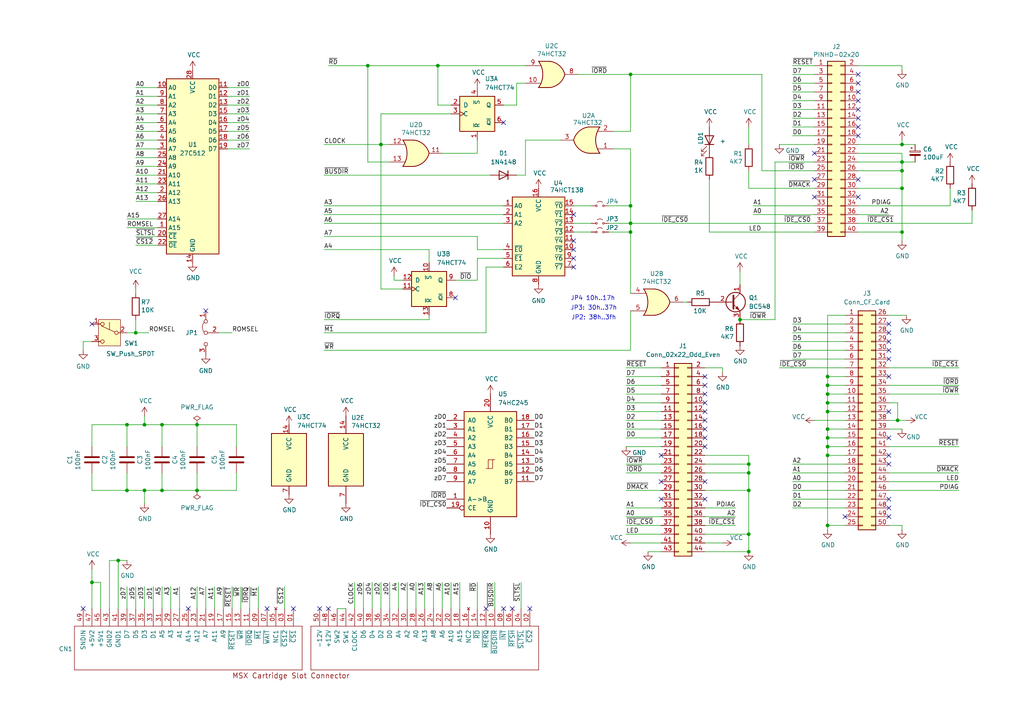
<source format=kicad_sch>
(kicad_sch (version 20231120) (generator "eeschema") (generator_version "8.0")
  (paper "A4")
  (title_block (title "Soda IDE") (rev "v1.0") (company "Danjovic 2024") (comment 1 "Based on SC729 RCBus Compact Flash Modue v1.1.0 and Beer IDE 232") (comment 2 "2x32K ROM + switch"))
  (junction (at 260.35 121.92))
  (junction (at 217.17 134.62))
  (junction (at 261.62 54.61))
  (junction (at 240.03 129.54))
  (junction (at 46.99 142.24))
  (junction (at 261.62 41.91))
  (junction (at 36.83 142.24))
  (junction (at 240.03 116.84))
  (junction (at 217.17 137.16))
  (junction (at 39.37 96.52))
  (junction (at 261.62 67.31))
  (junction (at 41.91 123.19))
  (junction (at 240.03 114.3))
  (junction (at 240.03 109.22))
  (junction (at 240.03 132.08))
  (junction (at 46.99 123.19))
  (junction (at 182.88 59.69))
  (junction (at 110.49 41.91))
  (junction (at 217.17 142.24))
  (junction (at 182.88 67.31))
  (junction (at 261.62 46.99))
  (junction (at 182.88 21.59))
  (junction (at 261.62 49.53))
  (junction (at 57.15 142.24))
  (junction (at 240.03 124.46))
  (junction (at 217.17 160.02))
  (junction (at 34.29 162.56))
  (junction (at 182.88 64.77))
  (junction (at 57.15 123.19))
  (junction (at 240.03 111.76))
  (junction (at 240.03 119.38))
  (junction (at 217.17 154.94))
  (junction (at 26.67 168.91))
  (junction (at 36.83 123.19))
  (junction (at 127 19.05))
  (junction (at 41.91 142.24))
  (junction (at 240.03 127))
  (junction (at 106.68 19.05))
  (junction (at 214.63 92.71))
  (junction (at 240.03 152.4))
  (no_connect (at 166.37 77.47))
  (no_connect (at 166.37 62.23))
  (no_connect (at 248.92 26.67))
  (no_connect (at 166.37 74.93))
  (no_connect (at 59.69 90.17))
  (no_connect (at 153.67 176.53))
  (no_connect (at 146.05 176.53))
  (no_connect (at 257.81 104.14))
  (no_connect (at 148.59 176.53))
  (no_connect (at 204.47 144.78))
  (no_connect (at 191.77 132.08))
  (no_connect (at 236.22 44.45))
  (no_connect (at 24.13 176.53))
  (no_connect (at 248.92 24.13))
  (no_connect (at 257.81 96.52))
  (no_connect (at 166.37 72.39))
  (no_connect (at 236.22 57.15))
  (no_connect (at 257.81 101.6))
  (no_connect (at 77.47 176.53))
  (no_connect (at 257.81 134.62))
  (no_connect (at 248.92 31.75))
  (no_connect (at 257.81 119.38))
  (no_connect (at 257.81 99.06))
  (no_connect (at 132.08 86.36))
  (no_connect (at 257.81 109.22))
  (no_connect (at 26.67 93.98))
  (no_connect (at 248.92 57.15))
  (no_connect (at 204.47 129.54))
  (no_connect (at 257.81 147.32))
  (no_connect (at 204.47 111.76))
  (no_connect (at 204.47 119.38))
  (no_connect (at 191.77 139.7))
  (no_connect (at 248.92 29.21))
  (no_connect (at 257.81 93.98))
  (no_connect (at -13.97 144.78))
  (no_connect (at 248.92 21.59))
  (no_connect (at 92.71 176.53))
  (no_connect (at 166.37 69.85))
  (no_connect (at 257.81 127))
  (no_connect (at 245.11 149.86))
  (no_connect (at 257.81 144.78))
  (no_connect (at 85.09 176.53))
  (no_connect (at 248.92 34.29))
  (no_connect (at 191.77 144.78))
  (no_connect (at 146.05 35.56))
  (no_connect (at 140.97 176.53))
  (no_connect (at 95.25 176.53))
  (no_connect (at 248.92 39.37))
  (no_connect (at 248.92 52.07))
  (no_connect (at 204.47 124.46))
  (no_connect (at 236.22 52.07))
  (no_connect (at 204.47 127))
  (no_connect (at 248.92 36.83))
  (no_connect (at 204.47 109.22))
  (no_connect (at 204.47 116.84))
  (no_connect (at 204.47 139.7))
  (no_connect (at 54.61 176.53))
  (no_connect (at 257.81 149.86))
  (no_connect (at 204.47 121.92))
  (no_connect (at 204.47 114.3))
  (no_connect (at 257.81 132.08))
  (wire (pts (xy 248.92 54.61) (xy 261.62 54.61)))
  (wire (pts (xy 240.03 127) (xy 245.11 127)))
  (wire (pts (xy 26.67 142.24) (xy 36.83 142.24)))
  (wire (pts (xy 278.13 142.24) (xy 257.81 142.24)))
  (wire (pts (xy 281.94 60.96) (xy 281.94 64.77)))
  (wire (pts (xy 204.47 152.4) (xy 213.36 152.4)))
  (wire (pts (xy 236.22 121.92) (xy 245.11 121.92)))
  (wire (pts (xy 204.47 106.68) (xy 209.55 106.68)))
  (wire (pts (xy 191.77 142.24) (xy 181.61 142.24)))
  (wire (pts (xy 72.39 40.64) (xy 66.04 40.64)))
  (wire (pts (xy 68.58 137.16) (xy 68.58 142.24)))
  (wire (pts (xy 229.87 147.32) (xy 245.11 147.32)))
  (wire (pts (xy 177.8 43.18) (xy 182.88 43.18)))
  (wire (pts (xy 39.37 38.1) (xy 45.72 38.1)))
  (wire (pts (xy 204.47 134.62) (xy 217.17 134.62)))
  (wire (pts (xy 181.61 147.32) (xy 191.77 147.32)))
  (wire (pts (xy 171.45 59.69) (xy 166.37 59.69)))
  (wire (pts (xy 229.87 144.78) (xy 245.11 144.78)))
  (wire (pts (xy 57.15 123.19) (xy 46.99 123.19)))
  (wire (pts (xy 240.03 124.46) (xy 245.11 124.46)))
  (wire (pts (xy 29.21 176.53) (xy 29.21 168.91)))
  (wire (pts (xy 110.49 168.91) (xy 110.49 176.53)))
  (wire (pts (xy 181.61 114.3) (xy 191.77 114.3)))
  (wire (pts (xy 124.46 72.39) (xy 124.46 76.2)))
  (wire (pts (xy 138.43 68.58) (xy 138.43 72.39)))
  (wire (pts (xy 106.68 19.05) (xy 127 19.05)))
  (wire (pts (xy 229.87 134.62) (xy 245.11 134.62)))
  (wire (pts (xy 24.13 99.06) (xy 24.13 101.6)))
  (wire (pts (xy 217.17 54.61) (xy 236.22 54.61)))
  (wire (pts (xy 93.98 64.77) (xy 146.05 64.77)))
  (wire (pts (xy 110.49 41.91) (xy 110.49 83.82)))
  (wire (pts (xy 46.99 123.19) (xy 46.99 129.54)))
  (wire (pts (xy 240.03 129.54) (xy 245.11 129.54)))
  (wire (pts (xy 162.56 40.64) (xy 152.4 40.64)))
  (wire (pts (xy 181.61 121.92) (xy 191.77 121.92)))
  (wire (pts (xy 204.47 160.02) (xy 217.17 160.02)))
  (wire (pts (xy 39.37 35.56) (xy 45.72 35.56)))
  (wire (pts (xy 220.98 49.53) (xy 236.22 49.53)))
  (wire (pts (xy 257.81 124.46) (xy 261.62 124.46)))
  (wire (pts (xy 236.22 41.91) (xy 226.06 41.91)))
  (wire (pts (xy 182.88 64.77) (xy 236.22 64.77)))
  (wire (pts (xy 229.87 93.98) (xy 245.11 93.98)))
  (wire (pts (xy 181.61 137.16) (xy 191.77 137.16)))
  (wire (pts (xy 57.15 137.16) (xy 57.15 142.24)))
  (wire (pts (xy 278.13 106.68) (xy 257.81 106.68)))
  (wire (pts (xy 114.3 81.28) (xy 114.3 80.01)))
  (wire (pts (xy 182.88 101.6) (xy 182.88 90.17)))
  (wire (pts (xy 217.17 134.62) (xy 217.17 137.16)))
  (wire (pts (xy 128.27 176.53) (xy 128.27 168.91)))
  (wire (pts (xy 130.81 33.02) (xy 110.49 33.02)))
  (wire (pts (xy 167.64 21.59) (xy 182.88 21.59)))
  (wire (pts (xy 182.88 38.1) (xy 182.88 21.59)))
  (wire (pts (xy 240.03 109.22) (xy 240.03 111.76)))
  (wire (pts (xy 59.69 176.53) (xy 59.69 170.18)))
  (wire (pts (xy 39.37 58.42) (xy 45.72 58.42)))
  (wire (pts (xy 240.03 119.38) (xy 245.11 119.38)))
  (wire (pts (xy 41.91 120.65) (xy 41.91 123.19)))
  (wire (pts (xy 46.99 170.18) (xy 46.99 176.53)))
  (wire (pts (xy 39.37 96.52) (xy 43.18 96.52)))
  (wire (pts (xy 257.81 129.54) (xy 278.13 129.54)))
  (wire (pts (xy 181.61 127) (xy 191.77 127)))
  (wire (pts (xy 248.92 41.91) (xy 261.62 41.91)))
  (wire (pts (xy 181.61 152.4) (xy 191.77 152.4)))
  (wire (pts (xy 204.47 132.08) (xy 217.17 132.08)))
  (wire (pts (xy 123.19 168.91) (xy 123.19 176.53)))
  (wire (pts (xy 72.39 25.4) (xy 66.04 25.4)))
  (wire (pts (xy 34.29 176.53) (xy 34.29 162.56)))
  (wire (pts (xy 257.81 139.7) (xy 278.13 139.7)))
  (wire (pts (xy 214.63 92.71) (xy 224.79 92.71)))
  (wire (pts (xy 128.27 44.45) (xy 138.43 44.45)))
  (wire (pts (xy 166.37 64.77) (xy 171.45 64.77)))
  (wire (pts (xy 248.92 44.45) (xy 261.62 44.45)))
  (wire (pts (xy 152.4 24.13) (xy 149.86 24.13)))
  (wire (pts (xy 248.92 64.77) (xy 281.94 64.77)))
  (wire (pts (xy 181.61 116.84) (xy 191.77 116.84)))
  (wire (pts (xy 261.62 152.4) (xy 261.62 153.67)))
  (wire (pts (xy 229.87 142.24) (xy 245.11 142.24)))
  (wire (pts (xy 127 19.05) (xy 152.4 19.05)))
  (wire (pts (xy 140.97 96.52) (xy 140.97 77.47)))
  (wire (pts (xy 261.62 46.99) (xy 261.62 49.53)))
  (wire (pts (xy 52.07 170.18) (xy 52.07 176.53)))
  (wire (pts (xy 68.58 123.19) (xy 57.15 123.19)))
  (wire (pts (xy 39.37 27.94) (xy 45.72 27.94)))
  (wire (pts (xy 140.97 77.47) (xy 146.05 77.47)))
  (wire (pts (xy 218.44 59.69) (xy 236.22 59.69)))
  (wire (pts (xy 115.57 168.91) (xy 115.57 176.53)))
  (wire (pts (xy 182.88 67.31) (xy 182.88 64.77)))
  (wire (pts (xy 166.37 67.31) (xy 171.45 67.31)))
  (wire (pts (xy 132.08 81.28) (xy 138.43 81.28)))
  (wire (pts (xy 39.37 53.34) (xy 45.72 53.34)))
  (wire (pts (xy 240.03 114.3) (xy 240.03 116.84)))
  (wire (pts (xy 63.5 96.52) (xy 67.31 96.52)))
  (wire (pts (xy 149.86 30.48) (xy 146.05 30.48)))
  (wire (pts (xy 260.35 116.84) (xy 260.35 121.92)))
  (wire (pts (xy 224.79 46.99) (xy 236.22 46.99)))
  (wire (pts (xy 149.86 24.13) (xy 149.86 30.48)))
  (wire (pts (xy 93.98 92.71) (xy 124.46 92.71)))
  (wire (pts (xy 24.13 99.06) (xy 26.67 99.06)))
  (wire (pts (xy 152.4 40.64) (xy 152.4 50.8)))
  (wire (pts (xy 41.91 142.24) (xy 41.91 146.05)))
  (wire (pts (xy 240.03 116.84) (xy 245.11 116.84)))
  (wire (pts (xy 240.03 152.4) (xy 245.11 152.4)))
  (wire (pts (xy 229.87 96.52) (xy 245.11 96.52)))
  (wire (pts (xy 36.83 137.16) (xy 36.83 142.24)))
  (wire (pts (xy 275.59 59.69) (xy 275.59 54.61)))
  (wire (pts (xy 41.91 123.19) (xy 46.99 123.19)))
  (wire (pts (xy 224.79 46.99) (xy 224.79 92.71)))
  (wire (pts (xy 72.39 176.53) (xy 72.39 170.18)))
  (wire (pts (xy 240.03 91.44) (xy 240.03 109.22)))
  (wire (pts (xy 36.83 96.52) (xy 39.37 96.52)))
  (wire (pts (xy 93.98 72.39) (xy 124.46 72.39)))
  (wire (pts (xy 36.83 63.5) (xy 45.72 63.5)))
  (wire (pts (xy 31.75 176.53) (xy 31.75 162.56)))
  (wire (pts (xy 74.93 170.18) (xy 74.93 176.53)))
  (wire (pts (xy 146.05 74.93) (xy 138.43 74.93)))
  (wire (pts (xy 240.03 132.08) (xy 240.03 152.4)))
  (wire (pts (xy 260.35 121.92) (xy 262.89 121.92)))
  (wire (pts (xy 261.62 46.99) (xy 265.43 46.99)))
  (wire (pts (xy 229.87 29.21) (xy 236.22 29.21)))
  (wire (pts (xy 257.81 137.16) (xy 278.13 137.16)))
  (wire (pts (xy 204.47 147.32) (xy 213.36 147.32)))
  (wire (pts (xy 245.11 91.44) (xy 240.03 91.44)))
  (wire (pts (xy 229.87 99.06) (xy 245.11 99.06)))
  (wire (pts (xy 182.88 85.09) (xy 182.88 67.31)))
  (wire (pts (xy 57.15 170.18) (xy 57.15 176.53)))
  (wire (pts (xy 217.17 54.61) (xy 217.17 49.53)))
  (wire (pts (xy 34.29 162.56) (xy 36.83 162.56)))
  (wire (pts (xy 248.92 19.05) (xy 261.62 19.05)))
  (wire (pts (xy 204.47 157.48) (xy 209.55 157.48)))
  (wire (pts (xy 113.03 168.91) (xy 113.03 176.53)))
  (wire (pts (xy 72.39 43.18) (xy 66.04 43.18)))
  (wire (pts (xy 102.87 168.91) (xy 102.87 176.53)))
  (wire (pts (xy 26.67 129.54) (xy 26.67 123.19)))
  (wire (pts (xy 217.17 154.94) (xy 217.17 160.02)))
  (wire (pts (xy 29.21 168.91) (xy 26.67 168.91)))
  (wire (pts (xy 39.37 43.18) (xy 45.72 43.18)))
  (wire (pts (xy 39.37 68.58) (xy 45.72 68.58)))
  (wire (pts (xy 204.47 154.94) (xy 217.17 154.94)))
  (wire (pts (xy 149.86 50.8) (xy 152.4 50.8)))
  (wire (pts (xy 205.74 67.31) (xy 236.22 67.31)))
  (wire (pts (xy 26.67 168.91) (xy 26.67 176.53)))
  (wire (pts (xy 229.87 101.6) (xy 245.11 101.6)))
  (wire (pts (xy 39.37 33.02) (xy 45.72 33.02)))
  (wire (pts (xy 138.43 40.64) (xy 138.43 44.45)))
  (wire (pts (xy 257.81 116.84) (xy 260.35 116.84)))
  (wire (pts (xy 176.53 59.69) (xy 182.88 59.69)))
  (wire (pts (xy 31.75 162.56) (xy 34.29 162.56)))
  (wire (pts (xy 39.37 48.26) (xy 45.72 48.26)))
  (wire (pts (xy 36.83 66.04) (xy 45.72 66.04)))
  (wire (pts (xy 93.98 68.58) (xy 138.43 68.58)))
  (wire (pts (xy 181.61 149.86) (xy 191.77 149.86)))
  (wire (pts (xy 93.98 41.91) (xy 110.49 41.91)))
  (wire (pts (xy 72.39 33.02) (xy 66.04 33.02)))
  (wire (pts (xy 26.67 137.16) (xy 26.67 142.24)))
  (wire (pts (xy 93.98 50.8) (xy 142.24 50.8)))
  (wire (pts (xy 217.17 41.91) (xy 217.17 36.83)))
  (wire (pts (xy 240.03 127) (xy 240.03 129.54)))
  (wire (pts (xy 176.53 67.31) (xy 182.88 67.31)))
  (wire (pts (xy 229.87 24.13) (xy 236.22 24.13)))
  (wire (pts (xy 182.88 21.59) (xy 220.98 21.59)))
  (wire (pts (xy 240.03 116.84) (xy 240.03 119.38)))
  (wire (pts (xy 95.25 19.05) (xy 106.68 19.05)))
  (wire (pts (xy 229.87 137.16) (xy 245.11 137.16)))
  (wire (pts (xy 240.03 111.76) (xy 240.03 114.3)))
  (wire (pts (xy 240.03 119.38) (xy 240.03 124.46)))
  (wire (pts (xy 229.87 21.59) (xy 236.22 21.59)))
  (wire (pts (xy 39.37 30.48) (xy 45.72 30.48)))
  (wire (pts (xy 130.81 168.91) (xy 130.81 176.53)))
  (wire (pts (xy 181.61 111.76) (xy 191.77 111.76)))
  (wire (pts (xy 36.83 123.19) (xy 36.83 129.54)))
  (wire (pts (xy 181.61 134.62) (xy 191.77 134.62)))
  (wire (pts (xy 46.99 142.24) (xy 57.15 142.24)))
  (wire (pts (xy 261.62 44.45) (xy 261.62 46.99)))
  (wire (pts (xy 57.15 129.54) (xy 57.15 123.19)))
  (wire (pts (xy 36.83 123.19) (xy 41.91 123.19)))
  (wire (pts (xy 69.85 176.53) (xy 69.85 170.18)))
  (wire (pts (xy 248.92 59.69) (xy 275.59 59.69)))
  (wire (pts (xy 240.03 111.76) (xy 245.11 111.76)))
  (wire (pts (xy 217.17 142.24) (xy 217.17 154.94)))
  (wire (pts (xy 257.81 111.76) (xy 278.13 111.76)))
  (wire (pts (xy 229.87 36.83) (xy 236.22 36.83)))
  (wire (pts (xy 68.58 129.54) (xy 68.58 123.19)))
  (wire (pts (xy 226.06 106.68) (xy 245.11 106.68)))
  (wire (pts (xy 118.11 168.91) (xy 118.11 176.53)))
  (wire (pts (xy 181.61 109.22) (xy 191.77 109.22)))
  (wire (pts (xy 107.95 168.91) (xy 107.95 176.53)))
  (wire (pts (xy 181.61 119.38) (xy 191.77 119.38)))
  (wire (pts (xy 41.91 170.18) (xy 41.91 176.53)))
  (wire (pts (xy 204.47 137.16) (xy 217.17 137.16)))
  (wire (pts (xy 39.37 71.12) (xy 45.72 71.12)))
  (wire (pts (xy 72.39 27.94) (xy 66.04 27.94)))
  (wire (pts (xy 133.35 176.53) (xy 133.35 168.91)))
  (wire (pts (xy 229.87 31.75) (xy 236.22 31.75)))
  (wire (pts (xy 26.67 123.19) (xy 36.83 123.19)))
  (wire (pts (xy 240.03 129.54) (xy 240.03 132.08)))
  (wire (pts (xy 127 30.48) (xy 127 19.05)))
  (wire (pts (xy 116.84 81.28) (xy 114.3 81.28)))
  (wire (pts (xy 39.37 92.71) (xy 39.37 96.52)))
  (wire (pts (xy 262.89 91.44) (xy 257.81 91.44)))
  (wire (pts (xy 248.92 46.99) (xy 261.62 46.99)))
  (wire (pts (xy 39.37 83.82) (xy 39.37 85.09)))
  (wire (pts (xy 214.63 78.74) (xy 214.63 82.55)))
  (wire (pts (xy 67.31 176.53) (xy 67.31 170.18)))
  (wire (pts (xy 62.23 170.18) (xy 62.23 176.53)))
  (wire (pts (xy 209.55 106.68) (xy 209.55 107.95)))
  (wire (pts (xy 176.53 64.77) (xy 182.88 64.77)))
  (wire (pts (xy 100.33 176.53) (xy 97.79 176.53)))
  (wire (pts (xy 240.03 114.3) (xy 245.11 114.3)))
  (wire (pts (xy 217.17 137.16) (xy 217.17 142.24)))
  (wire (pts (xy 39.37 25.4) (xy 45.72 25.4)))
  (wire (pts (xy 181.61 106.68) (xy 191.77 106.68)))
  (wire (pts (xy 82.55 176.53) (xy 82.55 170.18)))
  (wire (pts (xy 261.62 49.53) (xy 261.62 54.61)))
  (wire (pts (xy 39.37 45.72) (xy 45.72 45.72)))
  (wire (pts (xy 39.37 40.64) (xy 45.72 40.64)))
  (wire (pts (xy 39.37 50.8) (xy 45.72 50.8)))
  (wire (pts (xy 240.03 124.46) (xy 240.03 127)))
  (wire (pts (xy 143.51 168.91) (xy 143.51 176.53)))
  (wire (pts (xy 46.99 137.16) (xy 46.99 142.24)))
  (wire (pts (xy 36.83 142.24) (xy 41.91 142.24)))
  (wire (pts (xy 46.99 142.24) (xy 41.91 142.24)))
  (wire (pts (xy 248.92 49.53) (xy 261.62 49.53)))
  (wire (pts (xy 106.68 46.99) (xy 106.68 19.05)))
  (wire (pts (xy 36.83 170.18) (xy 36.83 176.53)))
  (wire (pts (xy 204.47 142.24) (xy 217.17 142.24)))
  (wire (pts (xy 182.88 59.69) (xy 182.88 64.77)))
  (wire (pts (xy 138.43 81.28) (xy 138.43 74.93)))
  (wire (pts (xy 64.77 170.18) (xy 64.77 176.53)))
  (wire (pts (xy 257.81 121.92) (xy 260.35 121.92)))
  (wire (pts (xy 261.62 67.31) (xy 261.62 69.85)))
  (wire (pts (xy 44.45 170.18) (xy 44.45 176.53)))
  (wire (pts (xy 182.88 157.48) (xy 191.77 157.48)))
  (wire (pts (xy 105.41 168.91) (xy 105.41 176.53)))
  (wire (pts (xy 257.81 152.4) (xy 261.62 152.4)))
  (wire (pts (xy 124.46 91.44) (xy 124.46 92.71)))
  (wire (pts (xy 125.73 168.91) (xy 125.73 176.53)))
  (wire (pts (xy 229.87 104.14) (xy 245.11 104.14)))
  (wire (pts (xy 257.81 114.3) (xy 278.13 114.3)))
  (wire (pts (xy 204.47 149.86) (xy 213.36 149.86)))
  (wire (pts (xy 265.43 41.91) (xy 261.62 41.91)))
  (wire (pts (xy 72.39 30.48) (xy 66.04 30.48)))
  (wire (pts (xy 240.03 109.22) (xy 245.11 109.22)))
  (wire (pts (xy 220.98 49.53) (xy 220.98 21.59)))
  (wire (pts (xy 120.65 168.91) (xy 120.65 176.53)))
  (wire (pts (xy 93.98 62.23) (xy 146.05 62.23)))
  (wire (pts (xy 236.22 19.05) (xy 229.87 19.05)))
  (wire (pts (xy 110.49 83.82) (xy 116.84 83.82)))
  (wire (pts (xy 110.49 41.91) (xy 113.03 41.91)))
  (wire (pts (xy 138.43 176.53) (xy 138.43 168.91)))
  (wire (pts (xy 39.37 170.18) (xy 39.37 176.53)))
  (wire (pts (xy 151.13 168.91) (xy 151.13 176.53)))
  (wire (pts (xy 187.96 160.02) (xy 191.77 160.02)))
  (wire (pts (xy 68.58 142.24) (xy 57.15 142.24)))
  (wire (pts (xy 229.87 39.37) (xy 236.22 39.37)))
  (wire (pts (xy 93.98 59.69) (xy 146.05 59.69)))
  (wire (pts (xy 146.05 72.39) (xy 138.43 72.39)))
  (wire (pts (xy 229.87 139.7) (xy 245.11 139.7)))
  (wire (pts (xy 229.87 26.67) (xy 236.22 26.67)))
  (wire (pts (xy 182.88 43.18) (xy 182.88 59.69)))
  (wire (pts (xy 110.49 33.02) (xy 110.49 41.91)))
  (wire (pts (xy 240.03 132.08) (xy 245.11 132.08)))
  (wire (pts (xy 240.03 152.4) (xy 240.03 153.67)))
  (wire (pts (xy 181.61 154.94) (xy 191.77 154.94)))
  (wire (pts (xy 261.62 40.64) (xy 261.62 41.91)))
  (wire (pts (xy 130.81 30.48) (xy 127 30.48)))
  (wire (pts (xy 261.62 19.05) (xy 261.62 20.32)))
  (wire (pts (xy 218.44 62.23) (xy 236.22 62.23)))
  (wire (pts (xy 39.37 55.88) (xy 45.72 55.88)))
  (wire (pts (xy 177.8 38.1) (xy 182.88 38.1)))
  (wire (pts (xy 26.67 165.1) (xy 26.67 168.91)))
  (wire (pts (xy 49.53 170.18) (xy 49.53 176.53)))
  (wire (pts (xy 93.98 101.6) (xy 182.88 101.6)))
  (wire (pts (xy 198.12 87.63) (xy 199.39 87.63)))
  (wire (pts (xy 113.03 46.99) (xy 106.68 46.99)))
  (wire (pts (xy 205.74 52.07) (xy 205.74 67.31)))
  (wire (pts (xy 217.17 132.08) (xy 217.17 134.62)))
  (wire (pts (xy 72.39 35.56) (xy 66.04 35.56)))
  (wire (pts (xy 229.87 34.29) (xy 236.22 34.29)))
  (wire (pts (xy 72.39 38.1) (xy 66.04 38.1)))
  (wire (pts (xy 191.77 129.54) (xy 181.61 129.54)))
  (wire (pts (xy 261.62 54.61) (xy 261.62 67.31)))
  (wire (pts (xy 93.98 96.52) (xy 140.97 96.52)))
  (wire (pts (xy 248.92 67.31) (xy 261.62 67.31)))
  (wire (pts (xy 248.92 62.23) (xy 257.81 62.23)))
  (wire (pts (xy 181.61 124.46) (xy 191.77 124.46)))
  (text "JP4 10h..17h" (at 171.958 86.614 0) (effects (font (size 1.27 1.27))))
  (text "JP3: 30h..37h" (at 172.212 89.408 0) (effects (font (size 1.27 1.27))))
  (text "JP2: 38h..3fh" (at 172.212 92.202 0) (effects (font (size 1.27 1.27))))
  (label "D0" (at 154.94 121.92 0))
  (label "D1" (at 229.87 36.83 0))
  (label "zD1" (at 72.39 27.94 180))
  (label "A11" (at 62.23 170.18 270))
  (label "~{IDE_CS0}" (at 226.06 106.68 0))
  (label "zD7" (at 129.54 139.7 180))
  (label "D7" (at 181.61 109.22 0))
  (label "zD0" (at 113.03 168.91 270))
  (label "~{RESET}" (at 278.13 129.54 180))
  (label "A2" (at 118.11 168.91 270))
  (label "zD0" (at 72.39 25.4 180))
  (label "D7" (at 229.87 104.14 0))
  (label "~{M1}" (at 74.93 170.18 270))
  (label "D1" (at 229.87 144.78 0))
  (label "D2" (at 181.61 121.92 0))
  (label "A0" (at 181.61 149.86 0))
  (label "A9" (at 39.37 48.26 0))
  (label "~{IORD}" (at 171.45 21.59 0))
  (label "PDIAG" (at 252.73 59.69 0))
  (label "A5" (at 46.99 170.18 270))
  (label "A0" (at 229.87 139.7 0))
  (label "D2" (at 229.87 147.32 0))
  (label "~{RESET}" (at 229.87 19.05 0))
  (label "A4" (at 115.57 168.91 270))
  (label "A2" (at 257.81 62.23 180))
  (label "~{IORD}" (at 129.54 144.78 180))
  (label "A13" (at 39.37 58.42 0))
  (label "A7" (at 93.98 68.58 0))
  (label "zD0" (at 129.54 121.92 180))
  (label "A0" (at 120.65 168.91 270))
  (label "A1" (at 229.87 137.16 0))
  (label "A7" (at 39.37 43.18 0))
  (label "A3" (at 93.98 59.69 0))
  (label "zD5" (at 129.54 134.62 180))
  (label "~{M1}" (at 93.98 96.52 0))
  (label "A10" (at 39.37 50.8 0))
  (label "A0" (at 39.37 25.4 0))
  (label "ROMSEL" (at 67.31 96.52 0))
  (label "A5" (at 39.37 38.1 0))
  (label "A15" (at 133.35 168.91 270))
  (label "~{DMACK}" (at 278.13 137.16 180))
  (label "zD2" (at 110.49 168.91 270))
  (label "~{WR}" (at 93.98 101.6 0))
  (label "~{DMACK}" (at 181.61 142.24 0))
  (label "D7" (at 154.94 139.7 0))
  (label "PDIAG" (at 278.13 142.24 180))
  (label "A11" (at 39.37 53.34 0))
  (label "D1" (at 181.61 124.46 0))
  (label "zD2" (at 129.54 127 180))
  (label "~{CS12}" (at 39.37 71.12 0))
  (label "A2" (at 39.37 30.48 0))
  (label "A9" (at 64.77 170.18 270))
  (label "A8" (at 125.73 168.91 270))
  (label "A1" (at 39.37 27.94 0))
  (label "LED" (at 278.13 139.7 180))
  (label "D7" (at 229.87 21.59 0))
  (label "D4" (at 181.61 116.84 0))
  (label "D3" (at 154.94 129.54 0))
  (label "A4" (at 39.37 35.56 0))
  (label "A1" (at 218.44 59.69 0))
  (label "zD4" (at 129.54 132.08 180))
  (label "~{IDE_CS0}" (at 129.54 147.32 180))
  (label "D3" (at 229.87 31.75 0))
  (label "zD4" (at 107.95 168.91 270))
  (label "D5" (at 229.87 99.06 0))
  (label "D5" (at 181.61 114.3 0))
  (label "~{IDE_CS1}" (at 278.13 106.68 180))
  (label "D2" (at 229.87 34.29 0))
  (label "~{RESET}" (at 67.31 170.18 270))
  (label "~{IOWR}" (at 222.25 92.71 180))
  (label "D3" (at 229.87 93.98 0))
  (label "zD6" (at 129.54 137.16 180))
  (label "D2" (at 154.94 127 0))
  (label "~{IORD}" (at 181.61 137.16 0))
  (label "~{IDE_CS0}" (at 227.33 64.77 0))
  (label "~{CS12}" (at 82.55 170.18 270))
  (label "A5" (at 93.98 62.23 0))
  (label "~{IORQ}" (at 93.98 92.71 0))
  (label "zD7" (at 36.83 170.18 270))
  (label "~{IDE_CS0}" (at 191.77 64.77 0))
  (label "zD1" (at 44.45 170.18 270))
  (label "ROMSEL" (at 36.83 66.04 0))
  (label "~{IORQ}" (at 72.39 170.18 270))
  (label "A15" (at 36.83 63.5 0))
  (label "zD3" (at 129.54 129.54 180))
  (label "A3" (at 49.53 170.18 270))
  (label "D6" (at 229.87 101.6 0))
  (label "A2" (at 229.87 134.62 0))
  (label "A6" (at 128.27 168.91 270))
  (label "A13" (at 123.19 168.91 270))
  (label "CLOCK" (at 93.98 41.91 0))
  (label "A8" (at 39.37 45.72 0))
  (label "D5" (at 229.87 26.67 0))
  (label "A12" (at 57.15 170.18 270))
  (label "A4" (at 93.98 72.39 0))
  (label "zD7" (at 72.39 43.18 180))
  (label "CLOCK" (at 102.87 168.91 270))
  (label "D0" (at 229.87 39.37 0))
  (label "~{SLTSL}" (at 39.37 68.58 0))
  (label "A12" (at 39.37 55.88 0))
  (label "D6" (at 229.87 24.13 0))
  (label "~{SLTSL}" (at 151.13 168.91 270))
  (label "A6" (at 93.98 64.77 0))
  (label "A1" (at 181.61 147.32 0))
  (label "LED" (at 217.17 67.31 0))
  (label "zD6" (at 105.41 168.91 270))
  (label "D4" (at 229.87 96.52 0))
  (label "D6" (at 154.94 137.16 0))
  (label "zD1" (at 129.54 124.46 180))
  (label "~{IORD}" (at 228.6 49.53 0))
  (label "~{BUSDIR}" (at 93.98 50.8 0))
  (label "~{IOWR}" (at 181.61 134.62 0))
  (label "zD4" (at 72.39 35.56 180))
  (label "zD3" (at 72.39 33.02 180))
  (label "~{WR}" (at 69.85 170.18 270))
  (label "zD3" (at 41.91 170.18 270))
  (label "zD6" (at 72.39 40.64 180))
  (label "A0" (at 218.44 62.23 0))
  (label "LED" (at 181.61 154.94 0))
  (label "~{IOWR}" (at 278.13 114.3 180))
  (label "~{RD}" (at 95.25 19.05 0))
  (label "D0" (at 229.87 142.24 0))
  (label "A7" (at 59.69 170.18 270))
  (label "~{IOWR}" (at 228.6 46.99 0))
  (label "D4" (at 154.94 132.08 0))
  (label "PDIAG" (at 213.36 147.32 180))
  (label "~{BUSDIR}" (at 143.51 168.91 270))
  (label "A10" (at 130.81 168.91 270))
  (label "~{DIO}" (at 133.35 81.28 0))
  (label "~{IORD}" (at 278.13 111.76 180))
  (label "D3" (at 181.61 119.38 0))
  (label "D0" (at 181.61 127 0))
  (label "~{IDE_CS1}" (at 251.46 64.77 0))
  (label "~{DMACK}" (at 228.6 54.61 0))
  (label "zD5" (at 72.39 38.1 180))
  (label "~{RD}" (at 138.43 168.91 270))
  (label "D6" (at 181.61 111.76 0))
  (label "A6" (at 39.37 40.64 0))
  (label "D4" (at 229.87 29.21 0))
  (label "~{IDE_CS0}" (at 181.61 152.4 0))
  (label "A1" (at 52.07 170.18 270))
  (label "A2" (at 213.36 149.86 180))
  (label "A3" (at 39.37 33.02 0))
  (label "ROMSEL" (at 43.18 96.52 0))
  (label "~{IDE_CS1}" (at 213.36 152.4 180))
  (label "D1" (at 154.94 124.46 0))
  (label "zD2" (at 72.39 30.48 180))
  (label "~{RESET}" (at 181.61 106.68 0))
  (label "D5" (at 154.94 134.62 0))
  (label "zD5" (at 39.37 170.18 270))
  (symbol (lib_id "msx:MSX_Slot_Connector") (at 21.59 194.31 0) (unit 1)
    (property "Reference" "CN1" (at 19.05 188.214 0))
    (property "Value" "MSX_SLOT_CON" (effects (hide yes)))
    (property "Footprint" "msx:Cart_Konami" (effects (hide yes)))
  )
  (symbol (lib_id "74xx:74LS32") (at 170.18 40.64 180) (unit 1)
    (property "Reference" "U2" (at 170.688 33.528 0))
    (property "Value" "74HCT32" (at 170.434 35.56 0))
    (property "Footprint" "Package_DIP:DIP-14_W7.62mm" (effects (hide yes)))
    (property "Datasheet" "http://www.ti.com/lit/gpn/sn74LS32" (effects (hide yes)))
  )
  (symbol (lib_id "74xx:74LS32") (at 190.5 87.63 0) (unit 2)
    (property "Reference" "U2" (at 190.5 79.375 0))
    (property "Value" "74HCT32" (at 190.5 81.6864 0))
    (property "Footprint" "Package_DIP:DIP-14_W7.62mm" (effects (hide yes)))
    (property "Datasheet" "http://www.ti.com/lit/gpn/sn74LS32" (effects (hide yes)))
  )
  (symbol (lib_id "74xx:74LS32") (at 160.02 21.59 0) (unit 3)
    (property "Reference" "U2" (at 160.02 13.335 0))
    (property "Value" "74HCT32" (at 160.02 15.6464 0))
    (property "Footprint" "Package_DIP:DIP-14_W7.62mm" (effects (hide yes)))
    (property "Datasheet" "http://www.ti.com/lit/gpn/sn74LS32" (effects (hide yes)))
  )
  (symbol (lib_id "74xx:74LS32") (at 120.65 44.45 0) (unit 4)
    (property "Reference" "U2" (at 120.65 36.195 0))
    (property "Value" "74HCT32" (at 120.65 38.5064 0))
    (property "Footprint" "Package_DIP:DIP-14_W7.62mm" (effects (hide yes)))
    (property "Datasheet" "http://www.ti.com/lit/gpn/sn74LS32" (effects (hide yes)))
  )
  (symbol (lib_id "74xx:74LS32") (at 100.33 133.35 0) (unit 5)
    (property "Reference" "U2" (at 101.854 121.158 0) (effects (justify left)))
    (property "Value" "74HCT32" (at 101.854 123.4694 0) (effects (justify left)))
    (property "Footprint" "Package_DIP:DIP-14_W7.62mm" (effects (hide yes)))
    (property "Datasheet" "http://www.ti.com/lit/gpn/sn74LS32" (effects (hide yes)))
  )
  (symbol (lib_id "Memory_EPROM:27128") (at 55.88 48.26 0) (unit 1)
    (property "Reference" "U1" (at 55.88 41.91 0))
    (property "Value" "27C512" (at 55.88 44.45 0))
    (property "Footprint" "Package_DIP:DIP-28_W15.24mm" (effects (hide yes)))
    (property "Datasheet" "https://www.alldatasheet.com/datasheet-pdf/pdf/47654/WINBOND/W27C512-45.html" (effects (hide yes)))
  )
  (symbol (lib_id "Connector_Generic:Conn_02x20_Odd_Even") (at 241.3 41.91 0) (unit 1)
    (property "Reference" "J2" (at 242.57 13.5382 0))
    (property "Value" "PINHD-02x20" (at 242.57 15.8496 0))
    (property "Footprint" "IDC40_EDGE:PinHeader_2x20_P2.54mm_Horizontal" (effects (hide yes)))
  )
  (symbol (lib_id "power:VCC") (at 114.3 80.01 0) (unit 1)
    (property "Reference" "#PWR013" (effects (hide yes)))
    (property "Value" "VCC" (at 114.681 75.6158 0))
  )
  (symbol (lib_id "Device:R") (at 205.74 48.26 0) (mirror x) (unit 1)
    (property "Reference" "R4" (at 203.9874 47.0916 0) (effects (justify right)))
    (property "Value" "1K" (at 203.9874 49.403 0) (effects (justify right)))
    (property "Footprint" "Resistor_THT:R_Axial_DIN0204_L3.6mm_D1.6mm_P7.62mm_Horizontal" (effects (hide yes)))
  )
  (symbol (lib_id "power:GND") (at 261.62 20.32 0) (unit 1)
    (property "Reference" "#PWR024" (effects (hide yes)))
    (property "Value" "GND" (at 261.747 24.7142 0))
  )
  (symbol (lib_id "power:VCC") (at 26.67 165.1 0) (unit 1)
    (property "Reference" "#PWR03" (effects (hide yes)))
    (property "Value" "VCC" (at 27.051 160.7058 0))
  )
  (symbol (lib_id "power:GND") (at 36.83 162.56 0) (unit 1)
    (property "Reference" "#PWR04" (effects (hide yes)))
    (property "Value" "GND" (at 36.957 166.9542 0))
  )
  (symbol (lib_id "power:VCC") (at 261.62 40.64 0) (unit 1)
    (property "Reference" "#PWR025" (effects (hide yes)))
    (property "Value" "VCC" (at 262.001 36.2458 0))
  )
  (symbol (lib_id "power:GND") (at 226.06 41.91 0) (unit 1)
    (property "Reference" "#PWR021" (effects (hide yes)))
    (property "Value" "GND" (at 229.87 43.688 0))
  )
  (symbol (lib_id "power:VCC") (at 41.91 120.65 0) (unit 1)
    (property "Reference" "#PWR05" (effects (hide yes)))
    (property "Value" "VCC" (at 42.291 116.2558 0))
  )
  (symbol (lib_id "power:VCC") (at 83.82 123.19 0) (unit 1)
    (property "Reference" "#PWR09" (effects (hide yes)))
    (property "Value" "VCC" (at 84.201 118.7958 0))
  )
  (symbol (lib_id "power:VCC") (at 100.33 120.65 0) (unit 1)
    (property "Reference" "#PWR011" (effects (hide yes)))
    (property "Value" "VCC" (at 100.711 116.2558 0))
  )
  (symbol (lib_id "power:GND") (at 41.91 146.05 0) (unit 1)
    (property "Reference" "#PWR06" (effects (hide yes)))
    (property "Value" "GND" (at 42.037 150.4442 0))
  )
  (symbol (lib_id "power:GND") (at 83.82 143.51 0) (unit 1)
    (property "Reference" "#PWR010" (effects (hide yes)))
    (property "Value" "GND" (at 83.947 147.9042 0))
  )
  (symbol (lib_id "power:GND") (at 100.33 146.05 0) (unit 1)
    (property "Reference" "#PWR012" (effects (hide yes)))
    (property "Value" "GND" (at 100.457 150.4442 0))
  )
  (symbol (lib_id "power:GND") (at 55.88 76.2 0) (unit 1)
    (property "Reference" "#PWR08" (effects (hide yes)))
    (property "Value" "GND" (at 56.007 80.5942 0))
  )
  (symbol (lib_id "power:VCC") (at 55.88 20.32 0) (unit 1)
    (property "Reference" "#PWR07" (effects (hide yes)))
    (property "Value" "VCC" (at 56.261 15.9258 0))
  )
  (symbol (lib_id "power:GND") (at 261.62 69.85 0) (unit 1)
    (property "Reference" "#PWR026" (effects (hide yes)))
    (property "Value" "GND" (at 261.747 74.2442 0))
  )
  (symbol (lib_id "Device:LED") (at 205.74 40.64 270) (mirror x) (unit 1)
    (property "Reference" "LD1" (at 203.2 41.91 0) (effects (justify left)))
    (property "Value" "+" (at 209.55 41.91 0) (effects (justify left)))
    (property "Footprint" "LED_THT:LED_D3.0mm" (effects (hide yes)))
  )
  (symbol (lib_id "power:VCC") (at 281.94 53.34 0) (unit 1)
    (property "Reference" "#PWR023" (effects (hide yes)))
    (property "Value" "VCC" (at 282.321 48.9458 0))
  )
  (symbol (lib_id "Device:C") (at 26.67 133.35 0) (unit 1)
    (property "Reference" "C1" (at 20.2692 133.35 90))
    (property "Value" "100nF" (at 22.5806 133.35 90))
    (property "Footprint" "Capacitor_THT:C_Disc_D4.7mm_W2.5mm_P5.00mm" (effects (hide yes)))
  )
  (symbol (lib_id "Device:C") (at 46.99 133.35 0) (unit 1)
    (property "Reference" "C3" (at 40.5892 133.35 90))
    (property "Value" "100nF" (at 42.9006 133.35 90))
    (property "Footprint" "Capacitor_THT:C_Disc_D4.7mm_W2.5mm_P5.00mm" (effects (hide yes)))
  )
  (symbol (lib_id "Device:C") (at 36.83 133.35 0) (unit 1)
    (property "Reference" "C2" (at 30.4292 133.35 90))
    (property "Value" "100nF" (at 32.7406 133.35 90))
    (property "Footprint" "Capacitor_THT:C_Disc_D4.7mm_W2.5mm_P5.00mm" (effects (hide yes)))
  )
  (symbol (lib_id "beer_ide_kicad-rescue:CP_Small-Device") (at 265.43 44.45 0) (unit 1)
    (property "Reference" "C6" (at 267.6652 43.2816 0) (effects (justify left)))
    (property "Value" "100uF" (at 267.6652 45.593 0) (effects (justify left)))
    (property "Footprint" "msx:CP_lying" (effects (hide yes)))
  )
  (symbol (lib_id "Transistor_BJT:BC548") (at 212.09 87.63 0) (unit 1)
    (property "Reference" "Q1" (at 217.17 86.3599 0) (effects (justify left)))
    (property "Value" "BC548" (at 217.17 88.8999 0) (effects (justify left)))
    (property "Footprint" "Package_TO_SOT_THT:TO-92_Inline" (effects (hide yes)))
    (property "Datasheet" "https://www.onsemi.com/pub/Collateral/BC550-D.pdf" (effects (hide yes)))
    (property "Description" "0.1A Ic, 30V Vce, Small Signal NPN Transistor, TO-92" (effects (hide yes)))
  )
  (symbol (lib_id "power:VCC") (at 39.37 83.82 0) (mirror y) (unit 1)
    (property "Reference" "#PWR043" (effects (hide yes)))
    (property "Value" "VCC" (at 39.37 78.74 0))
  )
  (symbol (lib_id "Switch:SW_Push_SPDT") (at 31.75 96.52 0) (mirror y) (unit 1)
    (property "Reference" "SW1" (at 38.1 99.568 0))
    (property "Value" "SW_Push_SPDT" (at 37.846 102.616 0))
    (property "Footprint" "Button_Switch_THT:SW_Slide_SPDT_Angled_CK_OS102011MA1Q" (effects (hide yes)))
    (property "Description" "Momentary Switch, single pole double throw" (effects (hide yes)))
  )
  (symbol (lib_id "Jumper:Jumper_3_Bridged12") (at 59.69 96.52 90) (mirror x) (unit 1)
    (property "Reference" "JP1" (at 57.4548 96.52 90) (effects (justify left)))
    (property "Value" "PIN_1x3" (effects (hide yes)))
    (property "Footprint" "Connector_PinHeader_2.54mm:PinHeader_1x03_P2.54mm_Vertical" (effects (hide yes)))
  )
  (symbol (lib_id "Device:R") (at 203.2 87.63 270) (mirror x) (unit 1)
    (property "Reference" "R5" (at 204.47 85.09 90) (effects (justify right)))
    (property "Value" "10K" (at 204.978 90.17 90) (effects (justify right)))
    (property "Footprint" "Resistor_THT:R_Axial_DIN0204_L3.6mm_D1.6mm_P7.62mm_Horizontal" (effects (hide yes)))
  )
  (symbol (lib_id "power:VCC") (at 182.88 157.48 90) (unit 1)
    (property "Reference" "#PWR038" (effects (hide yes)))
    (property "Value" "VCC" (at 178.816 155.956 90))
  )
  (symbol (lib_id "74xx:74HCT74") (at 124.46 83.82 0) (unit 2)
    (property "Reference" "U3" (at 126.6541 73.66 0) (effects (justify left)))
    (property "Value" "74HCT74" (at 126.6541 76.2 0) (effects (justify left)))
    (property "Footprint" "Package_DIP:DIP-14_W7.62mm" (effects (hide yes)))
    (property "Datasheet" "https://assets.nexperia.com/documents/data-sheet/74HC_HCT74.pdf" (effects (hide yes)))
    (property "Description" "Dual D Flip-flop, Set & Reset" (effects (hide yes)))
  )
  (symbol (lib_id "power:VCC") (at 236.22 121.92 90) (unit 1)
    (property "Reference" "#PWR029" (effects (hide yes)))
    (property "Value" "VCC" (at 231.648 120.904 90))
  )
  (symbol (lib_id "Connector_Generic:Conn_02x25_Counter_Clockwise") (at 250.19 121.92 0) (unit 1)
    (property "Reference" "J3" (at 251.46 85.09 0))
    (property "Value" "Conn_CF_Card" (at 251.46 87.63 0))
    (property "Footprint" "Connector_Card:CF-Card_3M_N7E50-E516xx-30" (effects (hide yes)))
    (property "Description" "Generic connector, double row, 02x25, counter clockwise pin numbering scheme (similar to DIP package numbering), script generated (kicad-library-utils/schlib/autogen/connector/)" (effects (hide yes)))
  )
  (symbol (lib_id "power:VCC") (at 142.24 114.3 0) (unit 1)
    (property "Reference" "#PWR042" (effects (hide yes)))
    (property "Value" "VCC" (at 142.621 109.9058 0))
  )
  (symbol (lib_id "Device:R") (at 214.63 96.52 0) (mirror x) (unit 1)
    (property "Reference" "R6" (at 212.8774 95.3516 0) (effects (justify right)))
    (property "Value" "4K7" (at 212.8774 97.663 0) (effects (justify right)))
    (property "Footprint" "Resistor_THT:R_Axial_DIN0204_L3.6mm_D1.6mm_P7.62mm_Horizontal" (effects (hide yes)))
  )
  (symbol (lib_id "power:VCC") (at 156.21 54.61 0) (unit 1)
    (property "Reference" "#PWR015" (effects (hide yes)))
    (property "Value" "VCC" (at 156.591 50.2158 0))
  )
  (symbol (lib_id "Device:R") (at 39.37 88.9 0) (mirror y) (unit 1)
    (property "Reference" "R7" (at 40.894 87.63 0) (effects (justify right)))
    (property "Value" "10K" (at 40.894 89.916 0) (effects (justify right)))
    (property "Footprint" "Resistor_THT:R_Axial_DIN0204_L3.6mm_D1.6mm_P7.62mm_Horizontal" (effects (hide yes)))
  )
  (symbol (lib_id "74xx:74HCT74") (at 83.82 133.35 0) (unit 3)
    (property "Reference" "U3" (at 86.106 120.904 0) (effects (justify left)))
    (property "Value" "74HCT74" (at 86.106 123.444 0) (effects (justify left)))
    (property "Footprint" "Package_DIP:DIP-14_W7.62mm" (effects (hide yes)))
    (property "Datasheet" "https://assets.nexperia.com/documents/data-sheet/74HC_HCT74.pdf" (effects (hide yes)))
    (property "Description" "Dual D Flip-flop, Set & Reset" (effects (hide yes)))
  )
  (symbol (lib_id "Connector_Generic:Conn_02x22_Odd_Even") (at 196.85 132.08 0) (unit 1)
    (property "Reference" "J1" (at 198.12 100.33 0))
    (property "Value" "Conn_02x22_Odd_Even" (at 198.12 102.87 0))
    (property "Footprint" "Connector_PinHeader_2.00mm:PinHeader_2x22_P2.00mm_Horizontal" (effects (hide yes)))
    (property "Description" "Generic connector, double row, 02x22, odd/even pin numbering scheme (row 1 odd numbers, row 2 even numbers), script generated (kicad-library-utils/schlib/autogen/connector/)" (effects (hide yes)))
  )
  (symbol (lib_id "power:VCC") (at 214.63 78.74 0) (unit 1)
    (property "Reference" "#PWR018" (effects (hide yes)))
    (property "Value" "VCC" (at 215.011 74.3458 0))
  )
  (symbol (lib_id "power:GND") (at 142.24 154.94 0) (unit 1)
    (property "Reference" "#PWR022" (effects (hide yes)))
    (property "Value" "GND" (at 142.367 159.3342 0))
  )
  (symbol (lib_id "power:GND") (at 59.69 102.87 0) (mirror y) (unit 1)
    (property "Reference" "#PWR02" (effects (hide yes)))
    (property "Value" "GND" (at 59.69 107.5436 0))
  )
  (symbol (lib_id "power:GND") (at 262.89 91.44 0) (unit 1)
    (property "Reference" "#PWR030" (effects (hide yes)))
    (property "Value" "GND" (at 263.017 95.8342 0))
  )
  (symbol (lib_id "power:GND") (at 214.63 100.33 0) (unit 1)
    (property "Reference" "#PWR019" (effects (hide yes)))
    (property "Value" "GND" (at 214.757 104.7242 0))
  )
  (symbol (lib_id "power:GND") (at 261.62 153.67 0) (unit 1)
    (property "Reference" "#PWR032" (effects (hide yes)))
    (property "Value" "GND" (at 261.747 158.0642 0))
  )
  (symbol (lib_id "power:VCC") (at 217.17 36.83 0) (unit 1)
    (property "Reference" "#PWR020" (effects (hide yes)))
    (property "Value" "VCC" (at 217.551 32.4358 0))
  )
  (symbol (lib_id "power:VCC") (at 262.89 121.92 270) (unit 1)
    (property "Reference" "#PWR033" (effects (hide yes)))
    (property "Value" "VCC" (at 267.208 120.904 90))
  )
  (symbol (lib_id "power:VCC") (at 275.59 46.99 0) (unit 1)
    (property "Reference" "#PWR027" (effects (hide yes)))
    (property "Value" "VCC" (at 275.971 42.5958 0))
  )
  (symbol (lib_id "power:VCC") (at 138.43 25.4 0) (unit 1)
    (property "Reference" "#PWR014" (effects (hide yes)))
    (property "Value" "VCC" (at 138.811 21.0058 0))
  )
  (symbol (lib_id "power:VCC") (at 205.74 36.83 0) (unit 1)
    (property "Reference" "#PWR017" (effects (hide yes)))
    (property "Value" "VCC" (at 206.121 32.4358 0))
  )
  (symbol (lib_id "Device:C") (at 57.15 133.35 0) (unit 1)
    (property "Reference" "C4" (at 50.7492 133.35 90))
    (property "Value" "100nF" (at 53.0606 133.35 90))
    (property "Footprint" "Capacitor_THT:C_Disc_D4.7mm_W2.5mm_P5.00mm" (effects (hide yes)))
  )
  (symbol (lib_id "Jumper:Jumper_2_Small_Open") (at 173.99 67.31 0) (unit 1) (exclude_from_sim yes)
    (property "Reference" "JP2" (at 177.546 66.04 0))
    (property "Value" "Jumper_2_Small_Open" (effects (hide yes)))
    (property "Footprint" "Connector_PinHeader_2.54mm:PinHeader_1x02_P2.54mm_Vertical" (effects (hide yes)))
    (property "Description" "Jumper, 2-pole, small symbol, open" (effects (hide yes)))
  )
  (symbol (lib_id "Jumper:Jumper_2_Small_Open") (at 173.99 64.77 0) (unit 1) (exclude_from_sim yes)
    (property "Reference" "JP3" (at 177.546 63.5 0))
    (property "Value" "Jumper_2_Small_Open" (effects (hide yes)))
    (property "Footprint" "Connector_PinHeader_2.54mm:PinHeader_1x02_P2.54mm_Vertical" (effects (hide yes)))
    (property "Description" "Jumper, 2-pole, small symbol, open" (effects (hide yes)))
  )
  (symbol (lib_id "power:GND") (at 156.21 82.55 0) (mirror y) (unit 1)
    (property "Reference" "#PWR016" (effects (hide yes)))
    (property "Value" "GND" (at 156.21 87.2236 0))
  )
  (symbol (lib_id "power:GND") (at 24.13 101.6 0) (mirror y) (unit 1)
    (property "Reference" "#PWR034" (effects (hide yes)))
    (property "Value" "GND" (at 24.13 106.2736 0))
  )
  (symbol (lib_id "Device:R") (at 217.17 45.72 0) (mirror x) (unit 1)
    (property "Reference" "R1" (at 215.4174 44.5516 0) (effects (justify right)))
    (property "Value" "4K7" (at 215.4174 46.863 0) (effects (justify right)))
    (property "Footprint" "Resistor_THT:R_Axial_DIN0204_L3.6mm_D1.6mm_P7.62mm_Horizontal" (effects (hide yes)))
  )
  (symbol (lib_id "Device:C") (at 68.58 133.35 0) (unit 1)
    (property "Reference" "C5" (at 62.1792 133.35 90))
    (property "Value" "100nF" (at 64.4906 133.35 90))
    (property "Footprint" "Capacitor_THT:C_Disc_D4.7mm_W2.5mm_P5.00mm" (effects (hide yes)))
  )
  (symbol (lib_id "power:GND") (at 217.17 160.02 0) (unit 1)
    (property "Reference" "#PWR039" (effects (hide yes)))
    (property "Value" "GND" (at 217.297 164.4142 0))
  )
  (symbol (lib_id "power:GND") (at 209.55 107.95 0) (unit 1)
    (property "Reference" "#PWR037" (effects (hide yes)))
    (property "Value" "GND" (at 209.677 112.3442 0))
  )
  (symbol (lib_id "power:PWR_FLAG") (at 57.15 142.24 180) (unit 1)
    (property "Reference" "#FLG02" (effects (hide yes)))
    (property "Value" "PWR_FLAG" (at 57.15 147.32 0))
    (property "Description" "Special symbol for telling ERC where power comes from" (effects (hide yes)))
  )
  (symbol (lib_id "power:GND") (at 261.62 124.46 0) (unit 1)
    (property "Reference" "#PWR031" (effects (hide yes)))
    (property "Value" "GND" (at 264.922 126.746 0))
  )
  (symbol (lib_id "74xx:74HCT74") (at 138.43 33.02 0) (unit 1)
    (property "Reference" "U3" (at 140.6241 22.86 0) (effects (justify left)))
    (property "Value" "74HCT74" (at 140.6241 25.4 0) (effects (justify left)))
    (property "Footprint" "Package_DIP:DIP-14_W7.62mm" (effects (hide yes)))
    (property "Datasheet" "https://assets.nexperia.com/documents/data-sheet/74HC_HCT74.pdf" (effects (hide yes)))
    (property "Description" "Dual D Flip-flop, Set & Reset" (effects (hide yes)))
  )
  (symbol (lib_id "Device:R") (at 281.94 57.15 0) (mirror x) (unit 1)
    (property "Reference" "R3" (at 280.1874 55.9816 0) (effects (justify right)))
    (property "Value" "4K7" (at 280.1874 58.293 0) (effects (justify right)))
    (property "Footprint" "Resistor_THT:R_Axial_DIN0204_L3.6mm_D1.6mm_P7.62mm_Horizontal" (effects (hide yes)))
  )
  (symbol (lib_id "74xx:74HC245") (at 142.24 134.62 0) (unit 1)
    (property "Reference" "U5" (at 144.4341 114.3 0) (effects (justify left)))
    (property "Value" "74HC245" (at 144.4341 116.84 0) (effects (justify left)))
    (property "Footprint" "Package_DIP:DIP-20_W7.62mm" (effects (hide yes)))
    (property "Datasheet" "http://www.ti.com/lit/gpn/sn74HC245" (effects (hide yes)))
    (property "Description" "Octal BUS Transceivers, 3-State outputs" (effects (hide yes)))
  )
  (symbol (lib_id "Device:R") (at 275.59 50.8 0) (mirror x) (unit 1)
    (property "Reference" "R2" (at 273.8374 49.6316 0) (effects (justify right)))
    (property "Value" "4K7" (at 273.8374 51.943 0) (effects (justify right)))
    (property "Footprint" "Resistor_THT:R_Axial_DIN0204_L3.6mm_D1.6mm_P7.62mm_Horizontal" (effects (hide yes)))
  )
  (symbol (lib_id "Jumper:Jumper_2_Small_Open") (at 173.99 59.69 0) (unit 1) (exclude_from_sim yes)
    (property "Reference" "JP4" (at 177.546 58.42 0))
    (property "Value" "Jumper_2_Small_Open" (effects (hide yes)))
    (property "Footprint" "Connector_PinHeader_2.54mm:PinHeader_1x02_P2.54mm_Vertical" (effects (hide yes)))
    (property "Description" "Jumper, 2-pole, small symbol, open" (effects (hide yes)))
  )
  (symbol (lib_id "power:GND") (at 181.61 129.54 0) (unit 1)
    (property "Reference" "#PWR036" (effects (hide yes)))
    (property "Value" "GND" (at 185.42 131.318 0))
  )
  (symbol (lib_id "power:GND") (at 187.96 160.02 0) (unit 1)
    (property "Reference" "#PWR041" (effects (hide yes)))
    (property "Value" "GND" (at 188.087 164.4142 0))
  )
  (symbol (lib_id "power:VCC") (at 209.55 157.48 270) (mirror x) (unit 1)
    (property "Reference" "#PWR040" (effects (hide yes)))
    (property "Value" "VCC" (at 213.614 155.956 90))
  )
  (symbol (lib_id "power:GND") (at 240.03 153.67 0) (unit 1)
    (property "Reference" "#PWR028" (effects (hide yes)))
    (property "Value" "GND" (at 240.157 158.0642 0))
  )
  (symbol (lib_id "power:PWR_FLAG") (at 57.15 123.19 0) (unit 1)
    (property "Reference" "#FLG01" (effects (hide yes)))
    (property "Value" "PWR_FLAG" (at 57.15 118.11 0))
    (property "Description" "Special symbol for telling ERC where power comes from" (effects (hide yes)))
  )
  (symbol (lib_id "74xx:74HCT138") (at 156.21 69.85 0) (unit 1)
    (property "Reference" "U4" (at 160.528 53.086 0) (effects (justify left)))
    (property "Value" "74HCT138" (at 159.512 55.118 0) (effects (justify left)))
    (property "Footprint" "Package_DIP:DIP-16_W7.62mm" (effects (hide yes)))
    (property "Datasheet" "http://www.ti.com/lit/ds/symlink/cd74hc238.pdf" (effects (hide yes)))
    (property "Description" "3-to-8 line decoder/multiplexer inverting, DIP-16/SOIC-16/SSOP-16" (effects (hide yes)))
  )
  (symbol (lib_id "Diode:1N4148") (at 146.05 50.8 180) (unit 1)
    (property "Reference" "D1" (at 146.05 44.45 0))
    (property "Value" "1N4148" (at 146.05 46.99 0))
    (property "Footprint" "Diode_THT:D_DO-35_SOD27_P7.62mm_Horizontal" (effects (hide yes)))
    (property "Datasheet" "https://assets.nexperia.com/documents/data-sheet/1N4148_1N4448.pdf" (effects (hide yes)))
    (property "Description" "100V 0.15A standard switching diode, DO-35" (effects (hide yes)))
    (property "Sim.Device" "D" (effects (hide yes)))
    (property "Sim.Pins" "1=K 2=A" (effects (hide yes)))
  )
)
</source>
